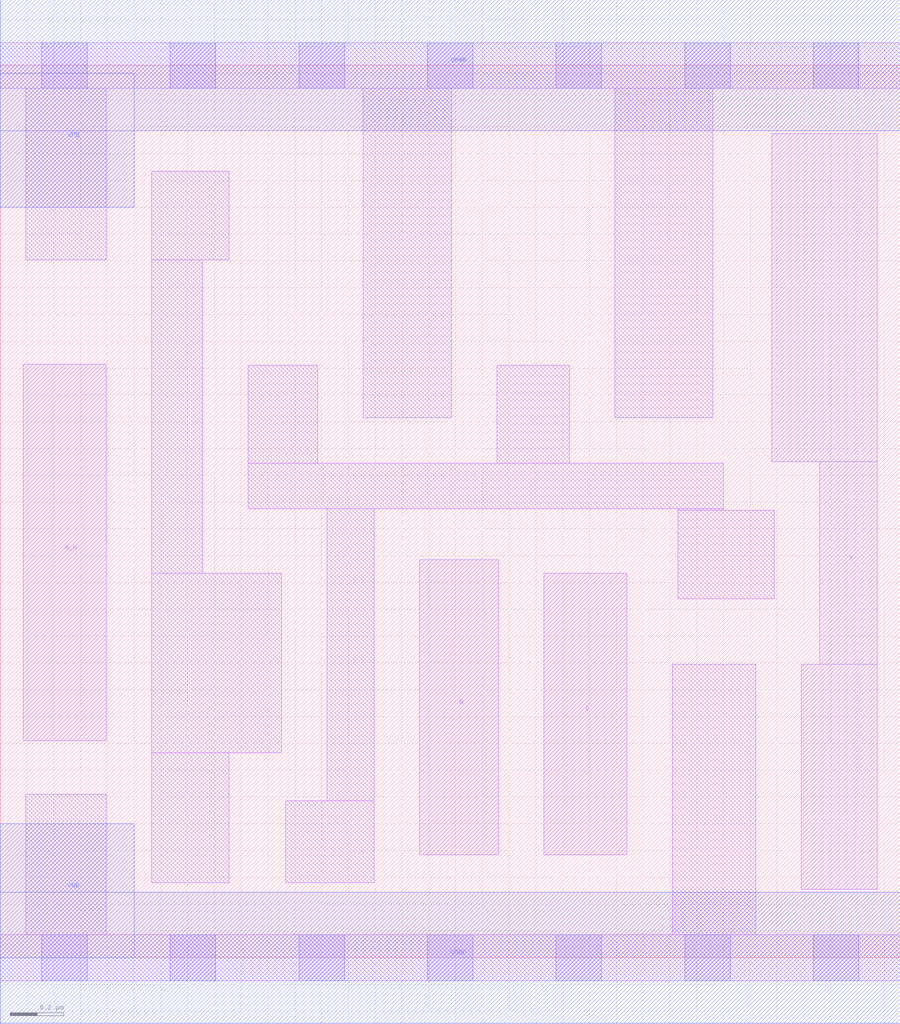
<source format=lef>
# Copyright 2020 The SkyWater PDK Authors
#
# Licensed under the Apache License, Version 2.0 (the "License");
# you may not use this file except in compliance with the License.
# You may obtain a copy of the License at
#
#     https://www.apache.org/licenses/LICENSE-2.0
#
# Unless required by applicable law or agreed to in writing, software
# distributed under the License is distributed on an "AS IS" BASIS,
# WITHOUT WARRANTIES OR CONDITIONS OF ANY KIND, either express or implied.
# See the License for the specific language governing permissions and
# limitations under the License.
#
# SPDX-License-Identifier: Apache-2.0

VERSION 5.5 ;
NAMESCASESENSITIVE ON ;
BUSBITCHARS "[]" ;
DIVIDERCHAR "/" ;
MACRO sky130_fd_sc_lp__and3b_1
  CLASS CORE ;
  SOURCE USER ;
  ORIGIN  0.000000  0.000000 ;
  SIZE  3.360000 BY  3.330000 ;
  SYMMETRY X Y R90 ;
  SITE unit ;
  PIN A_N
    ANTENNAGATEAREA  0.126000 ;
    DIRECTION INPUT ;
    USE SIGNAL ;
    PORT
      LAYER li1 ;
        RECT 0.085000 0.810000 0.395000 2.215000 ;
    END
  END A_N
  PIN B
    ANTENNAGATEAREA  0.126000 ;
    DIRECTION INPUT ;
    USE SIGNAL ;
    PORT
      LAYER li1 ;
        RECT 1.565000 0.385000 1.860000 1.485000 ;
    END
  END B
  PIN C
    ANTENNAGATEAREA  0.126000 ;
    DIRECTION INPUT ;
    USE SIGNAL ;
    PORT
      LAYER li1 ;
        RECT 2.030000 0.385000 2.340000 1.435000 ;
    END
  END C
  PIN X
    ANTENNADIFFAREA  0.556500 ;
    DIRECTION OUTPUT ;
    USE SIGNAL ;
    PORT
      LAYER li1 ;
        RECT 2.880000 1.850000 3.275000 3.075000 ;
        RECT 2.990000 0.255000 3.275000 1.095000 ;
        RECT 3.060000 1.095000 3.275000 1.850000 ;
    END
  END X
  PIN VGND
    DIRECTION INOUT ;
    USE GROUND ;
    PORT
      LAYER met1 ;
        RECT 0.000000 -0.245000 3.360000 0.245000 ;
    END
  END VGND
  PIN VNB
    DIRECTION INOUT ;
    USE GROUND ;
    PORT
      LAYER met1 ;
        RECT 0.000000 0.000000 0.500000 0.500000 ;
    END
  END VNB
  PIN VPB
    DIRECTION INOUT ;
    USE POWER ;
    PORT
      LAYER met1 ;
        RECT 0.000000 2.800000 0.500000 3.300000 ;
    END
  END VPB
  PIN VPWR
    DIRECTION INOUT ;
    USE POWER ;
    PORT
      LAYER met1 ;
        RECT 0.000000 3.085000 3.360000 3.575000 ;
    END
  END VPWR
  OBS
    LAYER li1 ;
      RECT 0.000000 -0.085000 3.360000 0.085000 ;
      RECT 0.000000  3.245000 3.360000 3.415000 ;
      RECT 0.095000  0.085000 0.395000 0.610000 ;
      RECT 0.095000  2.605000 0.395000 3.245000 ;
      RECT 0.565000  0.280000 0.855000 0.765000 ;
      RECT 0.565000  0.765000 1.050000 1.435000 ;
      RECT 0.565000  1.435000 0.755000 2.605000 ;
      RECT 0.565000  2.605000 0.855000 2.935000 ;
      RECT 0.925000  1.675000 2.700000 1.845000 ;
      RECT 0.925000  1.845000 1.185000 2.210000 ;
      RECT 1.065000  0.280000 1.395000 0.585000 ;
      RECT 1.220000  0.585000 1.395000 1.675000 ;
      RECT 1.355000  2.015000 1.685000 3.245000 ;
      RECT 1.855000  1.845000 2.125000 2.210000 ;
      RECT 2.295000  2.015000 2.660000 3.245000 ;
      RECT 2.510000  0.085000 2.820000 1.095000 ;
      RECT 2.530000  1.340000 2.890000 1.670000 ;
      RECT 2.530000  1.670000 2.700000 1.675000 ;
    LAYER mcon ;
      RECT 0.155000 -0.085000 0.325000 0.085000 ;
      RECT 0.155000  3.245000 0.325000 3.415000 ;
      RECT 0.635000 -0.085000 0.805000 0.085000 ;
      RECT 0.635000  3.245000 0.805000 3.415000 ;
      RECT 1.115000 -0.085000 1.285000 0.085000 ;
      RECT 1.115000  3.245000 1.285000 3.415000 ;
      RECT 1.595000 -0.085000 1.765000 0.085000 ;
      RECT 1.595000  3.245000 1.765000 3.415000 ;
      RECT 2.075000 -0.085000 2.245000 0.085000 ;
      RECT 2.075000  3.245000 2.245000 3.415000 ;
      RECT 2.555000 -0.085000 2.725000 0.085000 ;
      RECT 2.555000  3.245000 2.725000 3.415000 ;
      RECT 3.035000 -0.085000 3.205000 0.085000 ;
      RECT 3.035000  3.245000 3.205000 3.415000 ;
  END
END sky130_fd_sc_lp__and3b_1

</source>
